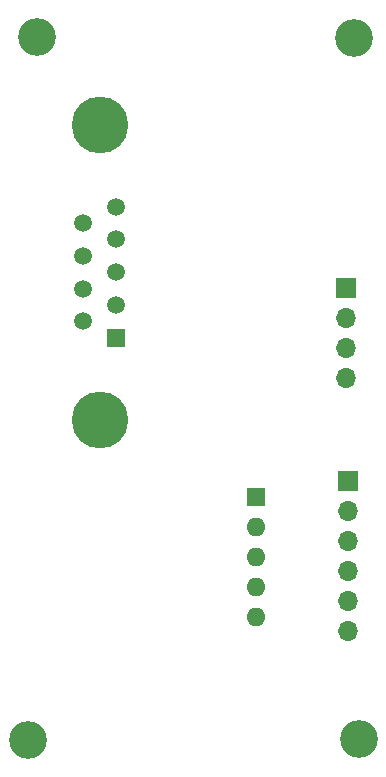
<source format=gbs>
%TF.GenerationSoftware,KiCad,Pcbnew,(6.0.9)*%
%TF.CreationDate,2022-11-23T00:56:20+01:00*%
%TF.ProjectId,Testapparaat_io,54657374-6170-4706-9172-6161745f696f,rev?*%
%TF.SameCoordinates,Original*%
%TF.FileFunction,Soldermask,Bot*%
%TF.FilePolarity,Negative*%
%FSLAX46Y46*%
G04 Gerber Fmt 4.6, Leading zero omitted, Abs format (unit mm)*
G04 Created by KiCad (PCBNEW (6.0.9)) date 2022-11-23 00:56:20*
%MOMM*%
%LPD*%
G01*
G04 APERTURE LIST*
%ADD10C,3.200000*%
%ADD11R,1.600000X1.600000*%
%ADD12O,1.600000X1.600000*%
%ADD13R,1.500000X1.500000*%
%ADD14C,1.500000*%
%ADD15C,4.800000*%
%ADD16R,1.700000X1.700000*%
%ADD17O,1.700000X1.700000*%
G04 APERTURE END LIST*
D10*
X124275000Y-93575000D03*
D11*
X143550000Y-73000000D03*
D12*
X143550000Y-75540000D03*
X143550000Y-78080000D03*
X143550000Y-80620000D03*
X143550000Y-83160000D03*
D13*
X131750000Y-59550000D03*
D14*
X131750000Y-56778000D03*
X131750000Y-54005000D03*
X131750000Y-51233000D03*
X131750000Y-48460000D03*
X128910000Y-58164000D03*
X128910000Y-55391000D03*
X128910000Y-52619000D03*
X128910000Y-49846000D03*
D15*
X130330000Y-66500000D03*
X130330000Y-41510000D03*
D16*
X151375000Y-71650000D03*
D17*
X151375000Y-74190000D03*
X151375000Y-76730000D03*
X151375000Y-79270000D03*
X151375000Y-81810000D03*
X151375000Y-84350000D03*
D10*
X152250000Y-93500000D03*
X151875000Y-34200000D03*
X125000000Y-34080000D03*
D16*
X151183000Y-55317000D03*
D17*
X151183000Y-57857000D03*
X151183000Y-60397000D03*
X151183000Y-62937000D03*
M02*

</source>
